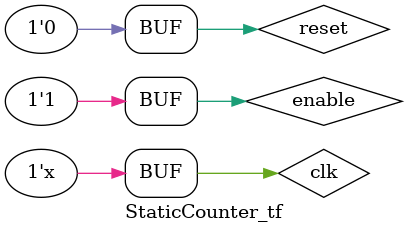
<source format=v>
`timescale 1ns / 1ps


module StaticCounter_tf;

	parameter upTo = 235;

	// Inputs
	reg clk;
	reg enable;
	reg reset;

	// Outputs
	wire [7:0] count;
	wire overflow;

	// Instantiate the Unit Under Test (UUT)
	StaticCounter #(upTo) uut (
		.clk(clk), 
		.enable(enable), 
		.reset(reset), 
		.count(count), 
		.overflow(overflow)
	);

	initial begin
		// Initialize Inputs
		clk = 0;
		enable = 1;
		reset = 1;

		// Wait 100 ns for global reset to finish
		#10;
		reset = 0;
        
		// Add stimulus here

	end
	
	always #2 clk <= !clk;
      
endmodule


</source>
